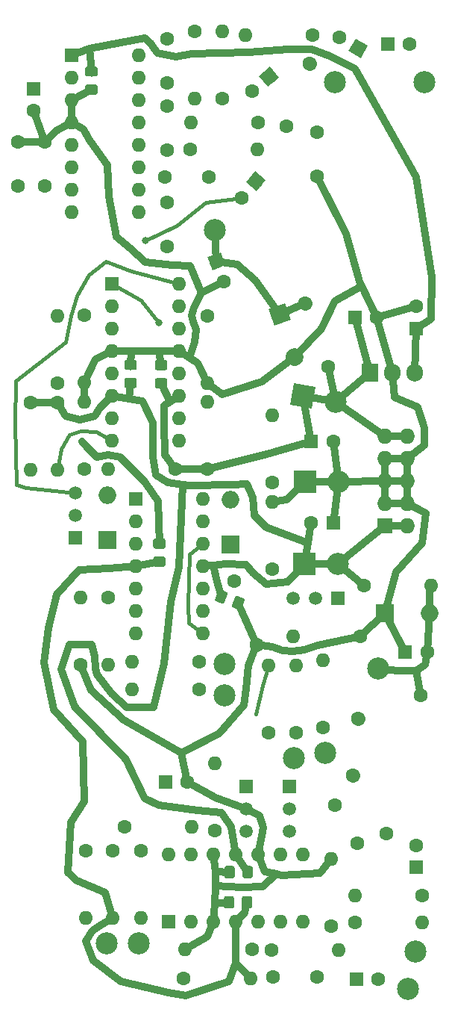
<source format=gbr>
G04 #@! TF.GenerationSoftware,KiCad,Pcbnew,(5.1.2-1)-1*
G04 #@! TF.CreationDate,2022-01-02T20:14:42-05:00*
G04 #@! TF.ProjectId,EchoFXXX_MFOS,4563686f-4658-4585-985f-4d464f532e6b,rev?*
G04 #@! TF.SameCoordinates,Original*
G04 #@! TF.FileFunction,Copper,L2,Bot*
G04 #@! TF.FilePolarity,Positive*
%FSLAX46Y46*%
G04 Gerber Fmt 4.6, Leading zero omitted, Abs format (unit mm)*
G04 Created by KiCad (PCBNEW (5.1.2-1)-1) date 2022-01-02 20:14:42*
%MOMM*%
%LPD*%
G04 APERTURE LIST*
%ADD10C,0.100000*%
%ADD11C,1.150000*%
%ADD12O,1.600000X1.600000*%
%ADD13R,1.600000X1.600000*%
%ADD14R,1.500000X1.500000*%
%ADD15C,1.500000*%
%ADD16C,1.600000*%
%ADD17C,2.000000*%
%ADD18C,2.000000*%
%ADD19R,2.000000X2.000000*%
%ADD20O,2.000000X2.000000*%
%ADD21C,2.499360*%
%ADD22R,1.727200X1.727200*%
%ADD23O,1.727200X1.727200*%
%ADD24R,2.499360X2.499360*%
%ADD25C,1.600000*%
%ADD26R,1.905000X2.000000*%
%ADD27O,1.905000X2.000000*%
%ADD28C,0.800000*%
%ADD29C,0.812800*%
%ADD30C,0.406400*%
G04 APERTURE END LIST*
D10*
G36*
X22764910Y-17591202D02*
G01*
X22789135Y-17594795D01*
X22812891Y-17600746D01*
X22835949Y-17608996D01*
X22858087Y-17619467D01*
X22879093Y-17632057D01*
X22898763Y-17646645D01*
X22916908Y-17663092D01*
X22933355Y-17681237D01*
X22947943Y-17700907D01*
X22960533Y-17721913D01*
X22971004Y-17744051D01*
X22979254Y-17767109D01*
X22985205Y-17790865D01*
X22988798Y-17815090D01*
X22990000Y-17839550D01*
X22990000Y-18490450D01*
X22988798Y-18514910D01*
X22985205Y-18539135D01*
X22979254Y-18562891D01*
X22971004Y-18585949D01*
X22960533Y-18608087D01*
X22947943Y-18629093D01*
X22933355Y-18648763D01*
X22916908Y-18666908D01*
X22898763Y-18683355D01*
X22879093Y-18697943D01*
X22858087Y-18710533D01*
X22835949Y-18721004D01*
X22812891Y-18729254D01*
X22789135Y-18735205D01*
X22764910Y-18738798D01*
X22740450Y-18740000D01*
X21839550Y-18740000D01*
X21815090Y-18738798D01*
X21790865Y-18735205D01*
X21767109Y-18729254D01*
X21744051Y-18721004D01*
X21721913Y-18710533D01*
X21700907Y-18697943D01*
X21681237Y-18683355D01*
X21663092Y-18666908D01*
X21646645Y-18648763D01*
X21632057Y-18629093D01*
X21619467Y-18608087D01*
X21608996Y-18585949D01*
X21600746Y-18562891D01*
X21594795Y-18539135D01*
X21591202Y-18514910D01*
X21590000Y-18490450D01*
X21590000Y-17839550D01*
X21591202Y-17815090D01*
X21594795Y-17790865D01*
X21600746Y-17767109D01*
X21608996Y-17744051D01*
X21619467Y-17721913D01*
X21632057Y-17700907D01*
X21646645Y-17681237D01*
X21663092Y-17663092D01*
X21681237Y-17646645D01*
X21700907Y-17632057D01*
X21721913Y-17619467D01*
X21744051Y-17608996D01*
X21767109Y-17600746D01*
X21790865Y-17594795D01*
X21815090Y-17591202D01*
X21839550Y-17590000D01*
X22740450Y-17590000D01*
X22764910Y-17591202D01*
X22764910Y-17591202D01*
G37*
D11*
X22290000Y-18165000D03*
D10*
G36*
X22764910Y-19641202D02*
G01*
X22789135Y-19644795D01*
X22812891Y-19650746D01*
X22835949Y-19658996D01*
X22858087Y-19669467D01*
X22879093Y-19682057D01*
X22898763Y-19696645D01*
X22916908Y-19713092D01*
X22933355Y-19731237D01*
X22947943Y-19750907D01*
X22960533Y-19771913D01*
X22971004Y-19794051D01*
X22979254Y-19817109D01*
X22985205Y-19840865D01*
X22988798Y-19865090D01*
X22990000Y-19889550D01*
X22990000Y-20540450D01*
X22988798Y-20564910D01*
X22985205Y-20589135D01*
X22979254Y-20612891D01*
X22971004Y-20635949D01*
X22960533Y-20658087D01*
X22947943Y-20679093D01*
X22933355Y-20698763D01*
X22916908Y-20716908D01*
X22898763Y-20733355D01*
X22879093Y-20747943D01*
X22858087Y-20760533D01*
X22835949Y-20771004D01*
X22812891Y-20779254D01*
X22789135Y-20785205D01*
X22764910Y-20788798D01*
X22740450Y-20790000D01*
X21839550Y-20790000D01*
X21815090Y-20788798D01*
X21790865Y-20785205D01*
X21767109Y-20779254D01*
X21744051Y-20771004D01*
X21721913Y-20760533D01*
X21700907Y-20747943D01*
X21681237Y-20733355D01*
X21663092Y-20716908D01*
X21646645Y-20698763D01*
X21632057Y-20679093D01*
X21619467Y-20658087D01*
X21608996Y-20635949D01*
X21600746Y-20612891D01*
X21594795Y-20589135D01*
X21591202Y-20564910D01*
X21590000Y-20540450D01*
X21590000Y-19889550D01*
X21591202Y-19865090D01*
X21594795Y-19840865D01*
X21600746Y-19817109D01*
X21608996Y-19794051D01*
X21619467Y-19771913D01*
X21632057Y-19750907D01*
X21646645Y-19731237D01*
X21663092Y-19713092D01*
X21681237Y-19696645D01*
X21700907Y-19682057D01*
X21721913Y-19669467D01*
X21744051Y-19658996D01*
X21767109Y-19650746D01*
X21790865Y-19644795D01*
X21815090Y-19641202D01*
X21839550Y-19640000D01*
X22740450Y-19640000D01*
X22764910Y-19641202D01*
X22764910Y-19641202D01*
G37*
D11*
X22290000Y-20215000D03*
D10*
G36*
X40304910Y-111641202D02*
G01*
X40329135Y-111644795D01*
X40352891Y-111650746D01*
X40375949Y-111658996D01*
X40398087Y-111669467D01*
X40419093Y-111682057D01*
X40438763Y-111696645D01*
X40456908Y-111713092D01*
X40473355Y-111731237D01*
X40487943Y-111750907D01*
X40500533Y-111771913D01*
X40511004Y-111794051D01*
X40519254Y-111817109D01*
X40525205Y-111840865D01*
X40528798Y-111865090D01*
X40530000Y-111889550D01*
X40530000Y-112790450D01*
X40528798Y-112814910D01*
X40525205Y-112839135D01*
X40519254Y-112862891D01*
X40511004Y-112885949D01*
X40500533Y-112908087D01*
X40487943Y-112929093D01*
X40473355Y-112948763D01*
X40456908Y-112966908D01*
X40438763Y-112983355D01*
X40419093Y-112997943D01*
X40398087Y-113010533D01*
X40375949Y-113021004D01*
X40352891Y-113029254D01*
X40329135Y-113035205D01*
X40304910Y-113038798D01*
X40280450Y-113040000D01*
X39629550Y-113040000D01*
X39605090Y-113038798D01*
X39580865Y-113035205D01*
X39557109Y-113029254D01*
X39534051Y-113021004D01*
X39511913Y-113010533D01*
X39490907Y-112997943D01*
X39471237Y-112983355D01*
X39453092Y-112966908D01*
X39436645Y-112948763D01*
X39422057Y-112929093D01*
X39409467Y-112908087D01*
X39398996Y-112885949D01*
X39390746Y-112862891D01*
X39384795Y-112839135D01*
X39381202Y-112814910D01*
X39380000Y-112790450D01*
X39380000Y-111889550D01*
X39381202Y-111865090D01*
X39384795Y-111840865D01*
X39390746Y-111817109D01*
X39398996Y-111794051D01*
X39409467Y-111771913D01*
X39422057Y-111750907D01*
X39436645Y-111731237D01*
X39453092Y-111713092D01*
X39471237Y-111696645D01*
X39490907Y-111682057D01*
X39511913Y-111669467D01*
X39534051Y-111658996D01*
X39557109Y-111650746D01*
X39580865Y-111644795D01*
X39605090Y-111641202D01*
X39629550Y-111640000D01*
X40280450Y-111640000D01*
X40304910Y-111641202D01*
X40304910Y-111641202D01*
G37*
D11*
X39955000Y-112340000D03*
D10*
G36*
X38254910Y-111641202D02*
G01*
X38279135Y-111644795D01*
X38302891Y-111650746D01*
X38325949Y-111658996D01*
X38348087Y-111669467D01*
X38369093Y-111682057D01*
X38388763Y-111696645D01*
X38406908Y-111713092D01*
X38423355Y-111731237D01*
X38437943Y-111750907D01*
X38450533Y-111771913D01*
X38461004Y-111794051D01*
X38469254Y-111817109D01*
X38475205Y-111840865D01*
X38478798Y-111865090D01*
X38480000Y-111889550D01*
X38480000Y-112790450D01*
X38478798Y-112814910D01*
X38475205Y-112839135D01*
X38469254Y-112862891D01*
X38461004Y-112885949D01*
X38450533Y-112908087D01*
X38437943Y-112929093D01*
X38423355Y-112948763D01*
X38406908Y-112966908D01*
X38388763Y-112983355D01*
X38369093Y-112997943D01*
X38348087Y-113010533D01*
X38325949Y-113021004D01*
X38302891Y-113029254D01*
X38279135Y-113035205D01*
X38254910Y-113038798D01*
X38230450Y-113040000D01*
X37579550Y-113040000D01*
X37555090Y-113038798D01*
X37530865Y-113035205D01*
X37507109Y-113029254D01*
X37484051Y-113021004D01*
X37461913Y-113010533D01*
X37440907Y-112997943D01*
X37421237Y-112983355D01*
X37403092Y-112966908D01*
X37386645Y-112948763D01*
X37372057Y-112929093D01*
X37359467Y-112908087D01*
X37348996Y-112885949D01*
X37340746Y-112862891D01*
X37334795Y-112839135D01*
X37331202Y-112814910D01*
X37330000Y-112790450D01*
X37330000Y-111889550D01*
X37331202Y-111865090D01*
X37334795Y-111840865D01*
X37340746Y-111817109D01*
X37348996Y-111794051D01*
X37359467Y-111771913D01*
X37372057Y-111750907D01*
X37386645Y-111731237D01*
X37403092Y-111713092D01*
X37421237Y-111696645D01*
X37440907Y-111682057D01*
X37461913Y-111669467D01*
X37484051Y-111658996D01*
X37507109Y-111650746D01*
X37530865Y-111644795D01*
X37555090Y-111641202D01*
X37579550Y-111640000D01*
X38230450Y-111640000D01*
X38254910Y-111641202D01*
X38254910Y-111641202D01*
G37*
D11*
X37905000Y-112340000D03*
D10*
G36*
X40374910Y-108231202D02*
G01*
X40399135Y-108234795D01*
X40422891Y-108240746D01*
X40445949Y-108248996D01*
X40468087Y-108259467D01*
X40489093Y-108272057D01*
X40508763Y-108286645D01*
X40526908Y-108303092D01*
X40543355Y-108321237D01*
X40557943Y-108340907D01*
X40570533Y-108361913D01*
X40581004Y-108384051D01*
X40589254Y-108407109D01*
X40595205Y-108430865D01*
X40598798Y-108455090D01*
X40600000Y-108479550D01*
X40600000Y-109380450D01*
X40598798Y-109404910D01*
X40595205Y-109429135D01*
X40589254Y-109452891D01*
X40581004Y-109475949D01*
X40570533Y-109498087D01*
X40557943Y-109519093D01*
X40543355Y-109538763D01*
X40526908Y-109556908D01*
X40508763Y-109573355D01*
X40489093Y-109587943D01*
X40468087Y-109600533D01*
X40445949Y-109611004D01*
X40422891Y-109619254D01*
X40399135Y-109625205D01*
X40374910Y-109628798D01*
X40350450Y-109630000D01*
X39699550Y-109630000D01*
X39675090Y-109628798D01*
X39650865Y-109625205D01*
X39627109Y-109619254D01*
X39604051Y-109611004D01*
X39581913Y-109600533D01*
X39560907Y-109587943D01*
X39541237Y-109573355D01*
X39523092Y-109556908D01*
X39506645Y-109538763D01*
X39492057Y-109519093D01*
X39479467Y-109498087D01*
X39468996Y-109475949D01*
X39460746Y-109452891D01*
X39454795Y-109429135D01*
X39451202Y-109404910D01*
X39450000Y-109380450D01*
X39450000Y-108479550D01*
X39451202Y-108455090D01*
X39454795Y-108430865D01*
X39460746Y-108407109D01*
X39468996Y-108384051D01*
X39479467Y-108361913D01*
X39492057Y-108340907D01*
X39506645Y-108321237D01*
X39523092Y-108303092D01*
X39541237Y-108286645D01*
X39560907Y-108272057D01*
X39581913Y-108259467D01*
X39604051Y-108248996D01*
X39627109Y-108240746D01*
X39650865Y-108234795D01*
X39675090Y-108231202D01*
X39699550Y-108230000D01*
X40350450Y-108230000D01*
X40374910Y-108231202D01*
X40374910Y-108231202D01*
G37*
D11*
X40025000Y-108930000D03*
D10*
G36*
X38324910Y-108231202D02*
G01*
X38349135Y-108234795D01*
X38372891Y-108240746D01*
X38395949Y-108248996D01*
X38418087Y-108259467D01*
X38439093Y-108272057D01*
X38458763Y-108286645D01*
X38476908Y-108303092D01*
X38493355Y-108321237D01*
X38507943Y-108340907D01*
X38520533Y-108361913D01*
X38531004Y-108384051D01*
X38539254Y-108407109D01*
X38545205Y-108430865D01*
X38548798Y-108455090D01*
X38550000Y-108479550D01*
X38550000Y-109380450D01*
X38548798Y-109404910D01*
X38545205Y-109429135D01*
X38539254Y-109452891D01*
X38531004Y-109475949D01*
X38520533Y-109498087D01*
X38507943Y-109519093D01*
X38493355Y-109538763D01*
X38476908Y-109556908D01*
X38458763Y-109573355D01*
X38439093Y-109587943D01*
X38418087Y-109600533D01*
X38395949Y-109611004D01*
X38372891Y-109619254D01*
X38349135Y-109625205D01*
X38324910Y-109628798D01*
X38300450Y-109630000D01*
X37649550Y-109630000D01*
X37625090Y-109628798D01*
X37600865Y-109625205D01*
X37577109Y-109619254D01*
X37554051Y-109611004D01*
X37531913Y-109600533D01*
X37510907Y-109587943D01*
X37491237Y-109573355D01*
X37473092Y-109556908D01*
X37456645Y-109538763D01*
X37442057Y-109519093D01*
X37429467Y-109498087D01*
X37418996Y-109475949D01*
X37410746Y-109452891D01*
X37404795Y-109429135D01*
X37401202Y-109404910D01*
X37400000Y-109380450D01*
X37400000Y-108479550D01*
X37401202Y-108455090D01*
X37404795Y-108430865D01*
X37410746Y-108407109D01*
X37418996Y-108384051D01*
X37429467Y-108361913D01*
X37442057Y-108340907D01*
X37456645Y-108321237D01*
X37473092Y-108303092D01*
X37491237Y-108286645D01*
X37510907Y-108272057D01*
X37531913Y-108259467D01*
X37554051Y-108248996D01*
X37577109Y-108240746D01*
X37600865Y-108234795D01*
X37625090Y-108231202D01*
X37649550Y-108230000D01*
X38300450Y-108230000D01*
X38324910Y-108231202D01*
X38324910Y-108231202D01*
G37*
D11*
X37975000Y-108930000D03*
D10*
G36*
X30674910Y-52931202D02*
G01*
X30699135Y-52934795D01*
X30722891Y-52940746D01*
X30745949Y-52948996D01*
X30768087Y-52959467D01*
X30789093Y-52972057D01*
X30808763Y-52986645D01*
X30826908Y-53003092D01*
X30843355Y-53021237D01*
X30857943Y-53040907D01*
X30870533Y-53061913D01*
X30881004Y-53084051D01*
X30889254Y-53107109D01*
X30895205Y-53130865D01*
X30898798Y-53155090D01*
X30900000Y-53179550D01*
X30900000Y-53830450D01*
X30898798Y-53854910D01*
X30895205Y-53879135D01*
X30889254Y-53902891D01*
X30881004Y-53925949D01*
X30870533Y-53948087D01*
X30857943Y-53969093D01*
X30843355Y-53988763D01*
X30826908Y-54006908D01*
X30808763Y-54023355D01*
X30789093Y-54037943D01*
X30768087Y-54050533D01*
X30745949Y-54061004D01*
X30722891Y-54069254D01*
X30699135Y-54075205D01*
X30674910Y-54078798D01*
X30650450Y-54080000D01*
X29749550Y-54080000D01*
X29725090Y-54078798D01*
X29700865Y-54075205D01*
X29677109Y-54069254D01*
X29654051Y-54061004D01*
X29631913Y-54050533D01*
X29610907Y-54037943D01*
X29591237Y-54023355D01*
X29573092Y-54006908D01*
X29556645Y-53988763D01*
X29542057Y-53969093D01*
X29529467Y-53948087D01*
X29518996Y-53925949D01*
X29510746Y-53902891D01*
X29504795Y-53879135D01*
X29501202Y-53854910D01*
X29500000Y-53830450D01*
X29500000Y-53179550D01*
X29501202Y-53155090D01*
X29504795Y-53130865D01*
X29510746Y-53107109D01*
X29518996Y-53084051D01*
X29529467Y-53061913D01*
X29542057Y-53040907D01*
X29556645Y-53021237D01*
X29573092Y-53003092D01*
X29591237Y-52986645D01*
X29610907Y-52972057D01*
X29631913Y-52959467D01*
X29654051Y-52948996D01*
X29677109Y-52940746D01*
X29700865Y-52934795D01*
X29725090Y-52931202D01*
X29749550Y-52930000D01*
X30650450Y-52930000D01*
X30674910Y-52931202D01*
X30674910Y-52931202D01*
G37*
D11*
X30200000Y-53505000D03*
D10*
G36*
X30674910Y-50881202D02*
G01*
X30699135Y-50884795D01*
X30722891Y-50890746D01*
X30745949Y-50898996D01*
X30768087Y-50909467D01*
X30789093Y-50922057D01*
X30808763Y-50936645D01*
X30826908Y-50953092D01*
X30843355Y-50971237D01*
X30857943Y-50990907D01*
X30870533Y-51011913D01*
X30881004Y-51034051D01*
X30889254Y-51057109D01*
X30895205Y-51080865D01*
X30898798Y-51105090D01*
X30900000Y-51129550D01*
X30900000Y-51780450D01*
X30898798Y-51804910D01*
X30895205Y-51829135D01*
X30889254Y-51852891D01*
X30881004Y-51875949D01*
X30870533Y-51898087D01*
X30857943Y-51919093D01*
X30843355Y-51938763D01*
X30826908Y-51956908D01*
X30808763Y-51973355D01*
X30789093Y-51987943D01*
X30768087Y-52000533D01*
X30745949Y-52011004D01*
X30722891Y-52019254D01*
X30699135Y-52025205D01*
X30674910Y-52028798D01*
X30650450Y-52030000D01*
X29749550Y-52030000D01*
X29725090Y-52028798D01*
X29700865Y-52025205D01*
X29677109Y-52019254D01*
X29654051Y-52011004D01*
X29631913Y-52000533D01*
X29610907Y-51987943D01*
X29591237Y-51973355D01*
X29573092Y-51956908D01*
X29556645Y-51938763D01*
X29542057Y-51919093D01*
X29529467Y-51898087D01*
X29518996Y-51875949D01*
X29510746Y-51852891D01*
X29504795Y-51829135D01*
X29501202Y-51804910D01*
X29500000Y-51780450D01*
X29500000Y-51129550D01*
X29501202Y-51105090D01*
X29504795Y-51080865D01*
X29510746Y-51057109D01*
X29518996Y-51034051D01*
X29529467Y-51011913D01*
X29542057Y-50990907D01*
X29556645Y-50971237D01*
X29573092Y-50953092D01*
X29591237Y-50936645D01*
X29610907Y-50922057D01*
X29631913Y-50909467D01*
X29654051Y-50898996D01*
X29677109Y-50890746D01*
X29700865Y-50884795D01*
X29725090Y-50881202D01*
X29749550Y-50880000D01*
X30650450Y-50880000D01*
X30674910Y-50881202D01*
X30674910Y-50881202D01*
G37*
D11*
X30200000Y-51455000D03*
D10*
G36*
X27224910Y-52911202D02*
G01*
X27249135Y-52914795D01*
X27272891Y-52920746D01*
X27295949Y-52928996D01*
X27318087Y-52939467D01*
X27339093Y-52952057D01*
X27358763Y-52966645D01*
X27376908Y-52983092D01*
X27393355Y-53001237D01*
X27407943Y-53020907D01*
X27420533Y-53041913D01*
X27431004Y-53064051D01*
X27439254Y-53087109D01*
X27445205Y-53110865D01*
X27448798Y-53135090D01*
X27450000Y-53159550D01*
X27450000Y-53810450D01*
X27448798Y-53834910D01*
X27445205Y-53859135D01*
X27439254Y-53882891D01*
X27431004Y-53905949D01*
X27420533Y-53928087D01*
X27407943Y-53949093D01*
X27393355Y-53968763D01*
X27376908Y-53986908D01*
X27358763Y-54003355D01*
X27339093Y-54017943D01*
X27318087Y-54030533D01*
X27295949Y-54041004D01*
X27272891Y-54049254D01*
X27249135Y-54055205D01*
X27224910Y-54058798D01*
X27200450Y-54060000D01*
X26299550Y-54060000D01*
X26275090Y-54058798D01*
X26250865Y-54055205D01*
X26227109Y-54049254D01*
X26204051Y-54041004D01*
X26181913Y-54030533D01*
X26160907Y-54017943D01*
X26141237Y-54003355D01*
X26123092Y-53986908D01*
X26106645Y-53968763D01*
X26092057Y-53949093D01*
X26079467Y-53928087D01*
X26068996Y-53905949D01*
X26060746Y-53882891D01*
X26054795Y-53859135D01*
X26051202Y-53834910D01*
X26050000Y-53810450D01*
X26050000Y-53159550D01*
X26051202Y-53135090D01*
X26054795Y-53110865D01*
X26060746Y-53087109D01*
X26068996Y-53064051D01*
X26079467Y-53041913D01*
X26092057Y-53020907D01*
X26106645Y-53001237D01*
X26123092Y-52983092D01*
X26141237Y-52966645D01*
X26160907Y-52952057D01*
X26181913Y-52939467D01*
X26204051Y-52928996D01*
X26227109Y-52920746D01*
X26250865Y-52914795D01*
X26275090Y-52911202D01*
X26299550Y-52910000D01*
X27200450Y-52910000D01*
X27224910Y-52911202D01*
X27224910Y-52911202D01*
G37*
D11*
X26750000Y-53485000D03*
D10*
G36*
X27224910Y-50861202D02*
G01*
X27249135Y-50864795D01*
X27272891Y-50870746D01*
X27295949Y-50878996D01*
X27318087Y-50889467D01*
X27339093Y-50902057D01*
X27358763Y-50916645D01*
X27376908Y-50933092D01*
X27393355Y-50951237D01*
X27407943Y-50970907D01*
X27420533Y-50991913D01*
X27431004Y-51014051D01*
X27439254Y-51037109D01*
X27445205Y-51060865D01*
X27448798Y-51085090D01*
X27450000Y-51109550D01*
X27450000Y-51760450D01*
X27448798Y-51784910D01*
X27445205Y-51809135D01*
X27439254Y-51832891D01*
X27431004Y-51855949D01*
X27420533Y-51878087D01*
X27407943Y-51899093D01*
X27393355Y-51918763D01*
X27376908Y-51936908D01*
X27358763Y-51953355D01*
X27339093Y-51967943D01*
X27318087Y-51980533D01*
X27295949Y-51991004D01*
X27272891Y-51999254D01*
X27249135Y-52005205D01*
X27224910Y-52008798D01*
X27200450Y-52010000D01*
X26299550Y-52010000D01*
X26275090Y-52008798D01*
X26250865Y-52005205D01*
X26227109Y-51999254D01*
X26204051Y-51991004D01*
X26181913Y-51980533D01*
X26160907Y-51967943D01*
X26141237Y-51953355D01*
X26123092Y-51936908D01*
X26106645Y-51918763D01*
X26092057Y-51899093D01*
X26079467Y-51878087D01*
X26068996Y-51855949D01*
X26060746Y-51832891D01*
X26054795Y-51809135D01*
X26051202Y-51784910D01*
X26050000Y-51760450D01*
X26050000Y-51109550D01*
X26051202Y-51085090D01*
X26054795Y-51060865D01*
X26060746Y-51037109D01*
X26068996Y-51014051D01*
X26079467Y-50991913D01*
X26092057Y-50970907D01*
X26106645Y-50951237D01*
X26123092Y-50933092D01*
X26141237Y-50916645D01*
X26160907Y-50902057D01*
X26181913Y-50889467D01*
X26204051Y-50878996D01*
X26227109Y-50870746D01*
X26250865Y-50864795D01*
X26275090Y-50861202D01*
X26299550Y-50860000D01*
X27200450Y-50860000D01*
X27224910Y-50861202D01*
X27224910Y-50861202D01*
G37*
D11*
X26750000Y-51435000D03*
D10*
G36*
X30484910Y-71111202D02*
G01*
X30509135Y-71114795D01*
X30532891Y-71120746D01*
X30555949Y-71128996D01*
X30578087Y-71139467D01*
X30599093Y-71152057D01*
X30618763Y-71166645D01*
X30636908Y-71183092D01*
X30653355Y-71201237D01*
X30667943Y-71220907D01*
X30680533Y-71241913D01*
X30691004Y-71264051D01*
X30699254Y-71287109D01*
X30705205Y-71310865D01*
X30708798Y-71335090D01*
X30710000Y-71359550D01*
X30710000Y-72010450D01*
X30708798Y-72034910D01*
X30705205Y-72059135D01*
X30699254Y-72082891D01*
X30691004Y-72105949D01*
X30680533Y-72128087D01*
X30667943Y-72149093D01*
X30653355Y-72168763D01*
X30636908Y-72186908D01*
X30618763Y-72203355D01*
X30599093Y-72217943D01*
X30578087Y-72230533D01*
X30555949Y-72241004D01*
X30532891Y-72249254D01*
X30509135Y-72255205D01*
X30484910Y-72258798D01*
X30460450Y-72260000D01*
X29559550Y-72260000D01*
X29535090Y-72258798D01*
X29510865Y-72255205D01*
X29487109Y-72249254D01*
X29464051Y-72241004D01*
X29441913Y-72230533D01*
X29420907Y-72217943D01*
X29401237Y-72203355D01*
X29383092Y-72186908D01*
X29366645Y-72168763D01*
X29352057Y-72149093D01*
X29339467Y-72128087D01*
X29328996Y-72105949D01*
X29320746Y-72082891D01*
X29314795Y-72059135D01*
X29311202Y-72034910D01*
X29310000Y-72010450D01*
X29310000Y-71359550D01*
X29311202Y-71335090D01*
X29314795Y-71310865D01*
X29320746Y-71287109D01*
X29328996Y-71264051D01*
X29339467Y-71241913D01*
X29352057Y-71220907D01*
X29366645Y-71201237D01*
X29383092Y-71183092D01*
X29401237Y-71166645D01*
X29420907Y-71152057D01*
X29441913Y-71139467D01*
X29464051Y-71128996D01*
X29487109Y-71120746D01*
X29510865Y-71114795D01*
X29535090Y-71111202D01*
X29559550Y-71110000D01*
X30460450Y-71110000D01*
X30484910Y-71111202D01*
X30484910Y-71111202D01*
G37*
D11*
X30010000Y-71685000D03*
D10*
G36*
X30484910Y-73161202D02*
G01*
X30509135Y-73164795D01*
X30532891Y-73170746D01*
X30555949Y-73178996D01*
X30578087Y-73189467D01*
X30599093Y-73202057D01*
X30618763Y-73216645D01*
X30636908Y-73233092D01*
X30653355Y-73251237D01*
X30667943Y-73270907D01*
X30680533Y-73291913D01*
X30691004Y-73314051D01*
X30699254Y-73337109D01*
X30705205Y-73360865D01*
X30708798Y-73385090D01*
X30710000Y-73409550D01*
X30710000Y-74060450D01*
X30708798Y-74084910D01*
X30705205Y-74109135D01*
X30699254Y-74132891D01*
X30691004Y-74155949D01*
X30680533Y-74178087D01*
X30667943Y-74199093D01*
X30653355Y-74218763D01*
X30636908Y-74236908D01*
X30618763Y-74253355D01*
X30599093Y-74267943D01*
X30578087Y-74280533D01*
X30555949Y-74291004D01*
X30532891Y-74299254D01*
X30509135Y-74305205D01*
X30484910Y-74308798D01*
X30460450Y-74310000D01*
X29559550Y-74310000D01*
X29535090Y-74308798D01*
X29510865Y-74305205D01*
X29487109Y-74299254D01*
X29464051Y-74291004D01*
X29441913Y-74280533D01*
X29420907Y-74267943D01*
X29401237Y-74253355D01*
X29383092Y-74236908D01*
X29366645Y-74218763D01*
X29352057Y-74199093D01*
X29339467Y-74178087D01*
X29328996Y-74155949D01*
X29320746Y-74132891D01*
X29314795Y-74109135D01*
X29311202Y-74084910D01*
X29310000Y-74060450D01*
X29310000Y-73409550D01*
X29311202Y-73385090D01*
X29314795Y-73360865D01*
X29320746Y-73337109D01*
X29328996Y-73314051D01*
X29339467Y-73291913D01*
X29352057Y-73270907D01*
X29366645Y-73251237D01*
X29383092Y-73233092D01*
X29401237Y-73216645D01*
X29420907Y-73202057D01*
X29441913Y-73189467D01*
X29464051Y-73178996D01*
X29487109Y-73170746D01*
X29510865Y-73164795D01*
X29535090Y-73161202D01*
X29559550Y-73160000D01*
X30460450Y-73160000D01*
X30484910Y-73161202D01*
X30484910Y-73161202D01*
G37*
D11*
X30010000Y-73735000D03*
D10*
G36*
X38825029Y-77616797D02*
G01*
X38849387Y-77619330D01*
X38873380Y-77624239D01*
X38896776Y-77631476D01*
X39508422Y-77854097D01*
X39530996Y-77863592D01*
X39552531Y-77875254D01*
X39572819Y-77888970D01*
X39591665Y-77904609D01*
X39608887Y-77922020D01*
X39624319Y-77941036D01*
X39637814Y-77961472D01*
X39649240Y-77983133D01*
X39658488Y-78005809D01*
X39665469Y-78029283D01*
X39670116Y-78053327D01*
X39672383Y-78077712D01*
X39672250Y-78102201D01*
X39669717Y-78126559D01*
X39664808Y-78150552D01*
X39657571Y-78173948D01*
X39349445Y-79020517D01*
X39339950Y-79043091D01*
X39328288Y-79064626D01*
X39314572Y-79084914D01*
X39298933Y-79103760D01*
X39281522Y-79120982D01*
X39262506Y-79136414D01*
X39242070Y-79149909D01*
X39220409Y-79161335D01*
X39197733Y-79170583D01*
X39174259Y-79177564D01*
X39150215Y-79182211D01*
X39125830Y-79184478D01*
X39101341Y-79184345D01*
X39076983Y-79181812D01*
X39052990Y-79176903D01*
X39029594Y-79169666D01*
X38417948Y-78947045D01*
X38395374Y-78937550D01*
X38373839Y-78925888D01*
X38353551Y-78912172D01*
X38334705Y-78896533D01*
X38317483Y-78879122D01*
X38302051Y-78860106D01*
X38288556Y-78839670D01*
X38277130Y-78818009D01*
X38267882Y-78795333D01*
X38260901Y-78771859D01*
X38256254Y-78747815D01*
X38253987Y-78723430D01*
X38254120Y-78698941D01*
X38256653Y-78674583D01*
X38261562Y-78650590D01*
X38268799Y-78627194D01*
X38576925Y-77780625D01*
X38586420Y-77758051D01*
X38598082Y-77736516D01*
X38611798Y-77716228D01*
X38627437Y-77697382D01*
X38644848Y-77680160D01*
X38663864Y-77664728D01*
X38684300Y-77651233D01*
X38705961Y-77639807D01*
X38728637Y-77630559D01*
X38752111Y-77623578D01*
X38776155Y-77618931D01*
X38800540Y-77616664D01*
X38825029Y-77616797D01*
X38825029Y-77616797D01*
G37*
D11*
X38963185Y-78400571D03*
D10*
G36*
X36898659Y-76915655D02*
G01*
X36923017Y-76918188D01*
X36947010Y-76923097D01*
X36970406Y-76930334D01*
X37582052Y-77152955D01*
X37604626Y-77162450D01*
X37626161Y-77174112D01*
X37646449Y-77187828D01*
X37665295Y-77203467D01*
X37682517Y-77220878D01*
X37697949Y-77239894D01*
X37711444Y-77260330D01*
X37722870Y-77281991D01*
X37732118Y-77304667D01*
X37739099Y-77328141D01*
X37743746Y-77352185D01*
X37746013Y-77376570D01*
X37745880Y-77401059D01*
X37743347Y-77425417D01*
X37738438Y-77449410D01*
X37731201Y-77472806D01*
X37423075Y-78319375D01*
X37413580Y-78341949D01*
X37401918Y-78363484D01*
X37388202Y-78383772D01*
X37372563Y-78402618D01*
X37355152Y-78419840D01*
X37336136Y-78435272D01*
X37315700Y-78448767D01*
X37294039Y-78460193D01*
X37271363Y-78469441D01*
X37247889Y-78476422D01*
X37223845Y-78481069D01*
X37199460Y-78483336D01*
X37174971Y-78483203D01*
X37150613Y-78480670D01*
X37126620Y-78475761D01*
X37103224Y-78468524D01*
X36491578Y-78245903D01*
X36469004Y-78236408D01*
X36447469Y-78224746D01*
X36427181Y-78211030D01*
X36408335Y-78195391D01*
X36391113Y-78177980D01*
X36375681Y-78158964D01*
X36362186Y-78138528D01*
X36350760Y-78116867D01*
X36341512Y-78094191D01*
X36334531Y-78070717D01*
X36329884Y-78046673D01*
X36327617Y-78022288D01*
X36327750Y-77997799D01*
X36330283Y-77973441D01*
X36335192Y-77949448D01*
X36342429Y-77926052D01*
X36650555Y-77079483D01*
X36660050Y-77056909D01*
X36671712Y-77035374D01*
X36685428Y-77015086D01*
X36701067Y-76996240D01*
X36718478Y-76979018D01*
X36737494Y-76963586D01*
X36757930Y-76950091D01*
X36779591Y-76938665D01*
X36802267Y-76929417D01*
X36825741Y-76922436D01*
X36849785Y-76917789D01*
X36874170Y-76915522D01*
X36898659Y-76915655D01*
X36898659Y-76915655D01*
G37*
D11*
X37036815Y-77699429D03*
D12*
X34960000Y-66660000D03*
X27340000Y-81900000D03*
X34960000Y-69200000D03*
X27340000Y-79360000D03*
X34960000Y-71740000D03*
X27340000Y-76820000D03*
X34960000Y-74280000D03*
X27340000Y-74280000D03*
X34960000Y-76820000D03*
X27340000Y-71740000D03*
X34960000Y-79360000D03*
X27340000Y-69200000D03*
X34960000Y-81900000D03*
D13*
X27340000Y-66660000D03*
D14*
X39890000Y-99179999D03*
D15*
X39890000Y-104259999D03*
X39890000Y-101719999D03*
D14*
X44724998Y-99185001D03*
D15*
X44724998Y-104265001D03*
X44724998Y-101725001D03*
D14*
X20470000Y-71060000D03*
D15*
X20470000Y-65980000D03*
X20470000Y-68520000D03*
D14*
X50300000Y-77920000D03*
D15*
X45220000Y-77920000D03*
X47760000Y-77920000D03*
D16*
X54690000Y-46010000D03*
D13*
X52190000Y-46010000D03*
D16*
X37355063Y-42020859D03*
X36500013Y-39671627D03*
D10*
G36*
X35474643Y-39193489D02*
G01*
X36978151Y-38646257D01*
X37525383Y-40149765D01*
X36021875Y-40696997D01*
X35474643Y-39193489D01*
X35474643Y-39193489D01*
G37*
D13*
X57930000Y-84020000D03*
D16*
X60430000Y-84020000D03*
X17010000Y-26140000D03*
X17010000Y-31140000D03*
D13*
X59180000Y-47300000D03*
D16*
X59180000Y-44800000D03*
X50404936Y-14310000D03*
X52570000Y-15560000D03*
D10*
G36*
X53662820Y-15267180D02*
G01*
X52862820Y-16652820D01*
X51477180Y-15852820D01*
X52277180Y-14467180D01*
X53662820Y-15267180D01*
X53662820Y-15267180D01*
G37*
D16*
X13930000Y-31140000D03*
X13930000Y-26140000D03*
D13*
X15740000Y-20120000D03*
D16*
X15740000Y-22620000D03*
X30880000Y-14490000D03*
X30880000Y-19490000D03*
X30890000Y-22060000D03*
X30890000Y-27060000D03*
X30640000Y-30120000D03*
X35640000Y-30120000D03*
X30900000Y-32970000D03*
X30900000Y-37970000D03*
X47900000Y-30010000D03*
X47900000Y-25010000D03*
X42440000Y-18770000D03*
D10*
G36*
X42538605Y-17642934D02*
G01*
X43567066Y-18868605D01*
X42341395Y-19897066D01*
X41312934Y-18671395D01*
X42538605Y-17642934D01*
X42538605Y-17642934D01*
G37*
D16*
X40524889Y-20376969D03*
X39343031Y-32525111D03*
X40950000Y-30610000D03*
D10*
G36*
X40851395Y-29482934D02*
G01*
X42077066Y-30511395D01*
X41048605Y-31737066D01*
X39822934Y-30708605D01*
X40851395Y-29482934D01*
X40851395Y-29482934D01*
G37*
D16*
X52470000Y-105650000D03*
X49970000Y-101319873D03*
D13*
X30670000Y-98700000D03*
D16*
X33170000Y-98700000D03*
X58410000Y-15020000D03*
D13*
X55910000Y-15020000D03*
X59120000Y-108400000D03*
D16*
X59120000Y-105900000D03*
X42930000Y-120790000D03*
X47930000Y-120790000D03*
X54880000Y-121060000D03*
D13*
X52380000Y-121060000D03*
X47250000Y-60090000D03*
D16*
X49750000Y-60090000D03*
X47220000Y-69310000D03*
D13*
X49720000Y-69310000D03*
D17*
X45375571Y-50513706D03*
D18*
X45375571Y-50513706D02*
X45375571Y-50513706D01*
D17*
X43638109Y-45740067D03*
D10*
G36*
X42356396Y-45142395D02*
G01*
X44235781Y-44458354D01*
X44919822Y-46337739D01*
X43040437Y-47021780D01*
X42356396Y-45142395D01*
X42356396Y-45142395D01*
G37*
D19*
X55590000Y-79540000D03*
D20*
X60670000Y-79540000D03*
X38080000Y-66720000D03*
D19*
X38080000Y-71800000D03*
X24150000Y-71260000D03*
D20*
X24150000Y-66180000D03*
D21*
X36266576Y-36106461D03*
X54880000Y-85810000D03*
X45240000Y-95980000D03*
X48830000Y-95430000D03*
X49950000Y-19400000D03*
X37360000Y-85340000D03*
X37360000Y-88910000D03*
X24060000Y-117000000D03*
X27640000Y-116970000D03*
D22*
X55640000Y-69650000D03*
D23*
X58180000Y-69650000D03*
X55640000Y-67110000D03*
X58180000Y-67110000D03*
X55640000Y-64570000D03*
X58180000Y-64570000D03*
X55640000Y-62030000D03*
X58180000Y-62030000D03*
X55640000Y-59490000D03*
X58180000Y-59490000D03*
D21*
X46280000Y-54930000D03*
D10*
G36*
X44832301Y-55943690D02*
G01*
X45266310Y-53482301D01*
X47727699Y-53916310D01*
X47293690Y-56377699D01*
X44832301Y-55943690D01*
X44832301Y-55943690D01*
G37*
D21*
X50032118Y-55591600D03*
X50320000Y-64710000D03*
D24*
X46510000Y-64710000D03*
X46460000Y-74010000D03*
D21*
X50270000Y-74010000D03*
X58250000Y-122130000D03*
X60110000Y-19380000D03*
X59080000Y-117970000D03*
D16*
X49157280Y-51606167D03*
X46551087Y-44445709D03*
D25*
X46551087Y-44445709D02*
X46551087Y-44445709D01*
D12*
X60870000Y-76410000D03*
D16*
X53250000Y-76410000D03*
X48590000Y-92530000D03*
D12*
X48590000Y-84910000D03*
X45495892Y-85473233D03*
D16*
X45495892Y-93093233D03*
X47410000Y-14070000D03*
D12*
X39790000Y-14070000D03*
D16*
X42380000Y-93090000D03*
D12*
X42380000Y-85470000D03*
D16*
X52800000Y-82240000D03*
D12*
X45180000Y-82240000D03*
D16*
X18440000Y-53460000D03*
D12*
X18440000Y-45840000D03*
X21510000Y-53450000D03*
D16*
X21510000Y-45830000D03*
X33980000Y-13630000D03*
D12*
X33980000Y-21250000D03*
X33550000Y-23940000D03*
D16*
X41170000Y-23940000D03*
X33530000Y-27020000D03*
D12*
X41150000Y-27020000D03*
D16*
X21510000Y-63270000D03*
D12*
X21510000Y-55650000D03*
D16*
X47056193Y-17249542D03*
D25*
X47056193Y-17249542D02*
X47056193Y-17249542D01*
D16*
X44450000Y-24410000D03*
D12*
X37110000Y-13620000D03*
D16*
X37110000Y-21240000D03*
D12*
X24180000Y-63270000D03*
D16*
X31800000Y-63270000D03*
X34490000Y-88180000D03*
D12*
X26870000Y-88180000D03*
X26870000Y-85100000D03*
D16*
X34490000Y-85100000D03*
D12*
X18440000Y-63280000D03*
D16*
X18440000Y-55660000D03*
D12*
X24210000Y-85400000D03*
D16*
X24210000Y-77780000D03*
X42840000Y-64760000D03*
D12*
X42840000Y-57140000D03*
D16*
X35420000Y-45860000D03*
D12*
X35420000Y-53480000D03*
X21090000Y-77820000D03*
D16*
X21090000Y-85440000D03*
X27880000Y-106470000D03*
D12*
X27880000Y-114090000D03*
X21630000Y-114120000D03*
D16*
X21630000Y-106500000D03*
D12*
X24740000Y-114080000D03*
D16*
X24740000Y-106460000D03*
D12*
X40330000Y-120950000D03*
D16*
X32710000Y-120950000D03*
D12*
X33680000Y-103780000D03*
D16*
X26060000Y-103780000D03*
X42850000Y-74570000D03*
D12*
X42850000Y-66950000D03*
X35440000Y-55650000D03*
D16*
X35440000Y-63270000D03*
X51940000Y-97920886D03*
D25*
X51940000Y-97920886D02*
X51940000Y-97920886D01*
D16*
X55750000Y-104520000D03*
D12*
X15350000Y-63290000D03*
D16*
X15350000Y-55670000D03*
X36320000Y-104230000D03*
D12*
X36320000Y-96610000D03*
D16*
X59680000Y-88870000D03*
X52519542Y-91476193D03*
D25*
X52519542Y-91476193D02*
X52519542Y-91476193D01*
D16*
X41076193Y-83100458D03*
D25*
X41076193Y-83100458D02*
X41076193Y-83100458D01*
D16*
X38470000Y-75940000D03*
D12*
X49530000Y-107440000D03*
D16*
X49530000Y-115060000D03*
X52180000Y-114640000D03*
D12*
X59800000Y-114640000D03*
D16*
X40550000Y-117710000D03*
D12*
X32930000Y-117710000D03*
D16*
X59830000Y-111550000D03*
D12*
X52210000Y-111550000D03*
D16*
X42730000Y-117720000D03*
D12*
X50350000Y-117720000D03*
D26*
X53920000Y-52340000D03*
D27*
X56460000Y-52340000D03*
X59000000Y-52340000D03*
D12*
X27700000Y-16370000D03*
X20080000Y-34150000D03*
X27700000Y-18910000D03*
X20080000Y-31610000D03*
X27700000Y-21450000D03*
X20080000Y-29070000D03*
X27700000Y-23990000D03*
X20080000Y-26530000D03*
X27700000Y-26530000D03*
X20080000Y-23990000D03*
X27700000Y-29070000D03*
X20080000Y-21450000D03*
X27700000Y-31610000D03*
X20080000Y-18910000D03*
X27700000Y-34150000D03*
D13*
X20080000Y-16370000D03*
X31080000Y-114570000D03*
D12*
X46320000Y-106950000D03*
X33620000Y-114570000D03*
X43780000Y-106950000D03*
X36160000Y-114570000D03*
X41240000Y-106950000D03*
X38700000Y-114570000D03*
X38700000Y-106950000D03*
X41240000Y-114570000D03*
X36160000Y-106950000D03*
X43780000Y-114570000D03*
X33620000Y-106950000D03*
X46320000Y-114570000D03*
X31080000Y-106950000D03*
D13*
X24650000Y-42280000D03*
D12*
X32270000Y-60060000D03*
X24650000Y-44820000D03*
X32270000Y-57520000D03*
X24650000Y-47360000D03*
X32270000Y-54980000D03*
X24650000Y-49900000D03*
X32270000Y-52440000D03*
X24650000Y-52440000D03*
X32270000Y-49900000D03*
X24650000Y-54980000D03*
X32270000Y-47360000D03*
X24650000Y-57520000D03*
X32270000Y-44820000D03*
X24650000Y-60060000D03*
X32270000Y-42280000D03*
D28*
X21260000Y-60140000D03*
X28430000Y-37290000D03*
X29910000Y-46650000D03*
D29*
X24650000Y-49900000D02*
X22750000Y-50820000D01*
X22750000Y-50820000D02*
X21510000Y-53450000D01*
X21510000Y-53450000D02*
X21510000Y-55650000D01*
X49720000Y-69310000D02*
X50320000Y-64710000D01*
X50320000Y-64710000D02*
X46510000Y-64710000D01*
X37180000Y-54800000D02*
X35420000Y-53480000D01*
X50320000Y-64710000D02*
X49750000Y-60090000D01*
X55640000Y-62030000D02*
X55640000Y-64570000D01*
X55640000Y-64570000D02*
X55640000Y-67110000D01*
X55640000Y-67110000D02*
X58180000Y-67110000D01*
X58180000Y-67110000D02*
X58180000Y-64570000D01*
X58180000Y-64570000D02*
X58180000Y-62030000D01*
X55640000Y-62030000D02*
X58180000Y-62030000D01*
X58180000Y-64570000D02*
X55640000Y-64570000D01*
X55640000Y-64570000D02*
X50320000Y-64710000D01*
X56460000Y-52340000D02*
X54690000Y-46010000D01*
X54690000Y-46010000D02*
X59180000Y-44800000D01*
X35420000Y-53480000D02*
X34370000Y-51180000D01*
X58180000Y-62030000D02*
X60050000Y-60540000D01*
X60050000Y-60540000D02*
X60130000Y-58560000D01*
X60130000Y-58560000D02*
X59340000Y-56180000D01*
X59340000Y-56180000D02*
X56720000Y-55140000D01*
X56720000Y-55140000D02*
X56460000Y-52340000D01*
X57930000Y-84020000D02*
X55590000Y-79540000D01*
X55590000Y-79540000D02*
X52800000Y-82240000D01*
X55590000Y-79540000D02*
X56890000Y-74900000D01*
X56890000Y-74900000D02*
X59850000Y-71600000D01*
X59850000Y-71600000D02*
X60290000Y-68250000D01*
X60290000Y-68250000D02*
X58180000Y-67110000D01*
X45375571Y-50513706D02*
X41665063Y-53300859D01*
X37355063Y-42020859D02*
X34800000Y-43270000D01*
X34800000Y-43270000D02*
X33960000Y-44960000D01*
X33960000Y-44960000D02*
X33690000Y-45810000D01*
X33690000Y-45810000D02*
X33810000Y-46560000D01*
X33810000Y-46560000D02*
X34180000Y-47410000D01*
X34180000Y-47410000D02*
X34030000Y-48840000D01*
X33450474Y-50619526D02*
X32270000Y-49900000D01*
X34030000Y-48840000D02*
X33450474Y-50619526D01*
X34370000Y-51180000D02*
X33450474Y-50619526D01*
X36390000Y-100520000D02*
X39890000Y-101719999D01*
X39890000Y-101719999D02*
X41360000Y-102530000D01*
X41360000Y-102530000D02*
X41770000Y-103850000D01*
X41770000Y-103850000D02*
X41640000Y-104810000D01*
X41640000Y-104810000D02*
X41240000Y-106950000D01*
X36420000Y-108830000D02*
X36160000Y-106950000D01*
X36280000Y-112540000D02*
X36160000Y-114570000D01*
X36160000Y-114570000D02*
X35450000Y-116260000D01*
X35450000Y-116260000D02*
X32930000Y-117710000D01*
X49530000Y-107440000D02*
X48220000Y-109020000D01*
X48220000Y-109020000D02*
X43840000Y-109270000D01*
X42000000Y-108900000D02*
X41240000Y-106950000D01*
X41665063Y-53300859D02*
X37180000Y-54800000D01*
X52760000Y-42020000D02*
X51190000Y-36570000D01*
X51190000Y-36570000D02*
X47900000Y-30010000D01*
X52971908Y-42458092D02*
X49950000Y-44190000D01*
X54690000Y-46010000D02*
X52971908Y-42458092D01*
X52971908Y-42458092D02*
X52760000Y-42020000D01*
X49950000Y-44190000D02*
X48420000Y-47320000D01*
X48420000Y-47320000D02*
X45375571Y-50513706D01*
X46510000Y-64710000D02*
X44440000Y-66690000D01*
X52800000Y-82240000D02*
X48010000Y-83260000D01*
X48010000Y-83260000D02*
X46480000Y-83720000D01*
X46480000Y-83720000D02*
X45170000Y-83880000D01*
X45170000Y-83880000D02*
X44020000Y-83840000D01*
X44020000Y-83840000D02*
X42840000Y-83410000D01*
X42840000Y-83410000D02*
X41076193Y-83100458D01*
X44440000Y-66690000D02*
X42850000Y-66950000D01*
X36390000Y-100520000D02*
X33170000Y-98700000D01*
X15740000Y-22620000D02*
X17010000Y-26140000D01*
X17010000Y-26140000D02*
X13930000Y-26140000D01*
X34800000Y-43270000D02*
X33530000Y-40220000D01*
X33530000Y-40220000D02*
X31480000Y-40110000D01*
X31480000Y-40110000D02*
X28430000Y-39790000D01*
X28430000Y-39790000D02*
X26630000Y-38150000D01*
X26630000Y-38150000D02*
X25090000Y-36910000D01*
X25090000Y-36910000D02*
X24260000Y-32300000D01*
X24099415Y-28800585D02*
X22000530Y-25840530D01*
X24260000Y-32300000D02*
X24099415Y-28800585D01*
X33170000Y-98700000D02*
X32450000Y-95440000D01*
X32450000Y-95440000D02*
X25940000Y-91710000D01*
X25940000Y-91710000D02*
X22210000Y-88260000D01*
X22210000Y-88260000D02*
X21090000Y-85440000D01*
X41076193Y-83100458D02*
X40110000Y-85500000D01*
X40110000Y-85500000D02*
X39850000Y-88090000D01*
X39850000Y-88090000D02*
X39620000Y-89980000D01*
X39620000Y-89980000D02*
X36770000Y-93190000D01*
X36770000Y-93190000D02*
X32450000Y-95440000D01*
X17010000Y-26140000D02*
X18470000Y-24820000D01*
X18470000Y-24820000D02*
X20080000Y-23990000D01*
X22000530Y-25840530D02*
X21380000Y-24690000D01*
X21380000Y-24690000D02*
X20080000Y-23990000D01*
X20080000Y-23990000D02*
X20080000Y-21450000D01*
X38963185Y-78400571D02*
X41076193Y-83100458D01*
X30010000Y-71685000D02*
X29860000Y-66910000D01*
X29860000Y-66910000D02*
X28350000Y-64690000D01*
X28350000Y-64690000D02*
X25520000Y-61870000D01*
X25520000Y-61870000D02*
X24190000Y-61670000D01*
X24190000Y-61670000D02*
X22920000Y-61910000D01*
X22920000Y-61910000D02*
X21740000Y-60700000D01*
X21740000Y-60700000D02*
X21260000Y-60140000D01*
X21260000Y-60140000D02*
X21260000Y-60140000D01*
X26750000Y-51435000D02*
X26790000Y-49900000D01*
X26790000Y-49900000D02*
X24650000Y-49900000D01*
X30200000Y-51455000D02*
X29990000Y-49900000D01*
X29990000Y-49900000D02*
X26790000Y-49900000D01*
X32270000Y-49900000D02*
X29990000Y-49900000D01*
X37905000Y-112340000D02*
X36280000Y-112540000D01*
X37975000Y-108930000D02*
X36420000Y-108830000D01*
X36356728Y-110506728D02*
X39320000Y-110640000D01*
X36420000Y-108830000D02*
X36356728Y-110506728D01*
X36356728Y-110506728D02*
X36280000Y-112540000D01*
X39320000Y-110640000D02*
X41750000Y-110560000D01*
X41750000Y-110560000D02*
X43315475Y-109164525D01*
X43315475Y-109164525D02*
X42000000Y-108900000D01*
X43840000Y-109270000D02*
X43315475Y-109164525D01*
X22290000Y-20215000D02*
X20080000Y-21450000D01*
X35440000Y-63270000D02*
X31800000Y-63270000D01*
X31800000Y-63270000D02*
X30590000Y-61640000D01*
X30590000Y-61640000D02*
X30540000Y-58110000D01*
X30540000Y-58110000D02*
X30570000Y-56010000D01*
X58180000Y-59490000D02*
X55640000Y-59490000D01*
X55640000Y-59490000D02*
X50032118Y-55591600D01*
X50032118Y-55591600D02*
X46280000Y-54930000D01*
X46280000Y-54930000D02*
X47250000Y-60090000D01*
X50032118Y-55591600D02*
X53920000Y-52340000D01*
X53920000Y-52340000D02*
X52190000Y-46010000D01*
X35440000Y-63270000D02*
X42250000Y-61560000D01*
X42250000Y-61560000D02*
X47250000Y-60090000D01*
X40330000Y-120950000D02*
X38690000Y-119200000D01*
X38690000Y-119200000D02*
X38700000Y-114570000D01*
X24740000Y-114080000D02*
X23180000Y-115050000D01*
X23180000Y-115050000D02*
X22430000Y-115560000D01*
X22430000Y-115560000D02*
X21680000Y-116770000D01*
X21680000Y-116770000D02*
X22460000Y-118980000D01*
X22460000Y-118980000D02*
X25610000Y-121350000D01*
X25610000Y-121350000D02*
X31080000Y-122550000D01*
X31080000Y-122550000D02*
X32970000Y-122900000D01*
X32970000Y-122900000D02*
X37940000Y-121310000D01*
X37940000Y-121310000D02*
X38690000Y-119200000D01*
X50032118Y-55591600D02*
X49157280Y-51606167D01*
X24740000Y-114080000D02*
X23820000Y-111240000D01*
X23820000Y-111240000D02*
X20600000Y-109890000D01*
X20600000Y-109890000D02*
X19600000Y-108950000D01*
X19600000Y-108950000D02*
X19920000Y-103290000D01*
X19920000Y-103290000D02*
X21490000Y-100910000D01*
X21490000Y-100910000D02*
X21320000Y-94100000D01*
X21320000Y-94100000D02*
X18020000Y-90460000D01*
X18020000Y-90460000D02*
X16940000Y-85140000D01*
X16940000Y-85140000D02*
X17410000Y-81300000D01*
X17410000Y-81300000D02*
X18360000Y-77420000D01*
X18360000Y-77420000D02*
X20920000Y-74700000D01*
X20920000Y-74700000D02*
X24290000Y-74460000D01*
X24290000Y-74460000D02*
X27340000Y-74280000D01*
X30010000Y-73735000D02*
X27340000Y-74280000D01*
X31205164Y-55625164D02*
X32270000Y-54980000D01*
X30200000Y-53505000D02*
X31205164Y-55625164D01*
X30570000Y-56010000D02*
X31205164Y-55625164D01*
X38700000Y-114570000D02*
X39700000Y-113500000D01*
X39700000Y-113500000D02*
X39955000Y-112340000D01*
X43638109Y-45740067D02*
X46551087Y-44445709D01*
X36500013Y-39671627D02*
X36266576Y-36106461D01*
X43638109Y-45740067D02*
X40830000Y-41820000D01*
X40830000Y-41820000D02*
X38820000Y-40040000D01*
X38820000Y-40040000D02*
X36500013Y-39671627D01*
X54880000Y-85810000D02*
X57070000Y-86120000D01*
X57070000Y-86120000D02*
X59170000Y-86120000D01*
X59170000Y-86120000D02*
X60180000Y-85440000D01*
X60180000Y-85440000D02*
X60430000Y-84020000D01*
X60430000Y-84020000D02*
X60670000Y-79540000D01*
X60670000Y-79540000D02*
X60660000Y-77330000D01*
X60660000Y-77330000D02*
X60870000Y-76410000D01*
X59680000Y-88870000D02*
X59170000Y-86120000D01*
X59180000Y-47300000D02*
X59000000Y-52340000D01*
X59180000Y-47300000D02*
X60850000Y-46180000D01*
X60850000Y-46180000D02*
X60970000Y-41480000D01*
X60970000Y-41480000D02*
X59200000Y-30140000D01*
X59200000Y-30140000D02*
X52220000Y-17890000D01*
X52220000Y-17890000D02*
X49340000Y-16390000D01*
X49340000Y-16390000D02*
X47300000Y-15620000D01*
X47300000Y-15620000D02*
X44610000Y-15650000D01*
X44610000Y-15650000D02*
X40140000Y-16030000D01*
X25630000Y-14930000D02*
X22110000Y-15570000D01*
X22110000Y-15570000D02*
X20080000Y-16370000D01*
X25630000Y-14930000D02*
X28310000Y-14350000D01*
X28310000Y-14350000D02*
X29050000Y-14990000D01*
X29050000Y-14990000D02*
X29760000Y-16090000D01*
X29760000Y-16090000D02*
X31910000Y-16530000D01*
X31910000Y-16530000D02*
X33710000Y-16120000D01*
X33710000Y-16120000D02*
X40140000Y-16030000D01*
X22290000Y-18165000D02*
X22110000Y-15570000D01*
D30*
X24650000Y-60060000D02*
X22820000Y-58970000D01*
X22820000Y-58970000D02*
X21090000Y-58920000D01*
X21090000Y-58920000D02*
X19790000Y-59310000D01*
X19790000Y-59310000D02*
X18880000Y-60930000D01*
X18880000Y-60930000D02*
X18440000Y-63280000D01*
X39343031Y-32525111D02*
X35310000Y-33030000D01*
X35310000Y-33030000D02*
X31960000Y-35600000D01*
X31960000Y-35600000D02*
X28430000Y-37290000D01*
X28430000Y-37290000D02*
X28430000Y-37290000D01*
D29*
X24650000Y-54980000D02*
X23220000Y-56290000D01*
X23220000Y-56290000D02*
X22710000Y-57240000D01*
X22710000Y-57240000D02*
X20940000Y-57690000D01*
X20940000Y-57690000D02*
X19390000Y-57250000D01*
X19390000Y-57250000D02*
X18440000Y-55660000D01*
X15350000Y-55670000D02*
X18440000Y-55660000D01*
X46460000Y-74010000D02*
X50270000Y-74010000D01*
X55640000Y-69650000D02*
X50270000Y-74010000D01*
X55640000Y-69650000D02*
X58180000Y-69650000D01*
X28110000Y-55530000D02*
X29300000Y-57950000D01*
X29300000Y-57950000D02*
X29270000Y-61900000D01*
X29270000Y-61900000D02*
X29590000Y-63940000D01*
X29590000Y-63940000D02*
X30950000Y-64750000D01*
X33510000Y-65120000D02*
X38270000Y-65010000D01*
X53250000Y-76410000D02*
X50270000Y-74010000D01*
X46460000Y-74010000D02*
X44580000Y-75980000D01*
X44580000Y-75980000D02*
X42150000Y-76310000D01*
X42150000Y-76310000D02*
X40580000Y-75010000D01*
X40580000Y-75010000D02*
X39880000Y-74090000D01*
X39880000Y-74090000D02*
X37500000Y-74010000D01*
X38270000Y-65010000D02*
X39910000Y-64900000D01*
X39910000Y-64900000D02*
X40660000Y-66470000D01*
X40660000Y-66470000D02*
X40800000Y-68520000D01*
X40800000Y-68520000D02*
X42180000Y-69870000D01*
X42180000Y-69870000D02*
X46852527Y-71582527D01*
X46852527Y-71582527D02*
X47220000Y-69310000D01*
X46460000Y-74010000D02*
X46852527Y-71582527D01*
X38700000Y-106950000D02*
X38150000Y-103830000D01*
X38150000Y-103830000D02*
X37100000Y-102220000D01*
X37100000Y-102220000D02*
X34340000Y-101920000D01*
X34340000Y-101920000D02*
X29950000Y-101300000D01*
X28360000Y-100610000D02*
X26190000Y-96150000D01*
X26190000Y-96150000D02*
X20400000Y-90160000D01*
X20400000Y-90160000D02*
X18880000Y-85950000D01*
X18880000Y-85950000D02*
X19810000Y-83120000D01*
X19810000Y-83120000D02*
X22370000Y-83120000D01*
X22370000Y-83120000D02*
X22640000Y-84470000D01*
X22640000Y-84470000D02*
X22730000Y-85860000D01*
X22730000Y-85860000D02*
X22930000Y-86550000D01*
X22930000Y-86550000D02*
X24650000Y-88700000D01*
X24650000Y-88700000D02*
X26340000Y-90270000D01*
X26340000Y-90270000D02*
X29340000Y-90220000D01*
X29340000Y-90220000D02*
X30570000Y-85230000D01*
X30570000Y-85230000D02*
X31340000Y-78300000D01*
X31340000Y-78300000D02*
X32210000Y-74340000D01*
X32210000Y-74340000D02*
X32636279Y-64993721D01*
X32636279Y-64993721D02*
X33510000Y-65120000D01*
X30950000Y-64750000D02*
X32636279Y-64993721D01*
X29950000Y-101300000D02*
X28360000Y-100610000D01*
X37036815Y-77699429D02*
X36590000Y-76020000D01*
X36590000Y-76020000D02*
X36153168Y-74153168D01*
X36153168Y-74153168D02*
X34960000Y-74280000D01*
X37500000Y-74010000D02*
X36153168Y-74153168D01*
X26539626Y-55280374D02*
X28110000Y-55530000D01*
X26750000Y-53485000D02*
X26539626Y-55280374D01*
X24650000Y-54980000D02*
X26539626Y-55280374D01*
X40025000Y-108930000D02*
X38700000Y-106950000D01*
D30*
X29910000Y-46650000D02*
X27930000Y-44120000D01*
X27930000Y-44120000D02*
X25970000Y-42970000D01*
X25970000Y-42970000D02*
X24650000Y-42280000D01*
X20470000Y-65980000D02*
X14900000Y-65370000D01*
X14900000Y-65370000D02*
X13820000Y-64980000D01*
X13820000Y-64980000D02*
X13590000Y-58060000D01*
X13590000Y-58060000D02*
X13670000Y-53220000D01*
X13670000Y-53220000D02*
X19360000Y-48840000D01*
X19360000Y-48840000D02*
X19940000Y-45900000D01*
X19940000Y-45900000D02*
X20600000Y-43600000D01*
X20600000Y-43600000D02*
X21960000Y-41220000D01*
X21960000Y-41220000D02*
X23980000Y-39660000D01*
X23980000Y-39660000D02*
X26790000Y-40840000D01*
X26790000Y-40840000D02*
X32270000Y-42280000D01*
X40960000Y-91020000D02*
X41690000Y-87820000D01*
X41690000Y-87820000D02*
X42380000Y-85470000D01*
X34960000Y-71740000D02*
X33440000Y-72880000D01*
X33440000Y-72880000D02*
X33360000Y-75790000D01*
X33360000Y-75790000D02*
X33280000Y-78740000D01*
X33280000Y-78740000D02*
X33310000Y-80650000D01*
X33310000Y-80650000D02*
X34960000Y-81900000D01*
M02*

</source>
